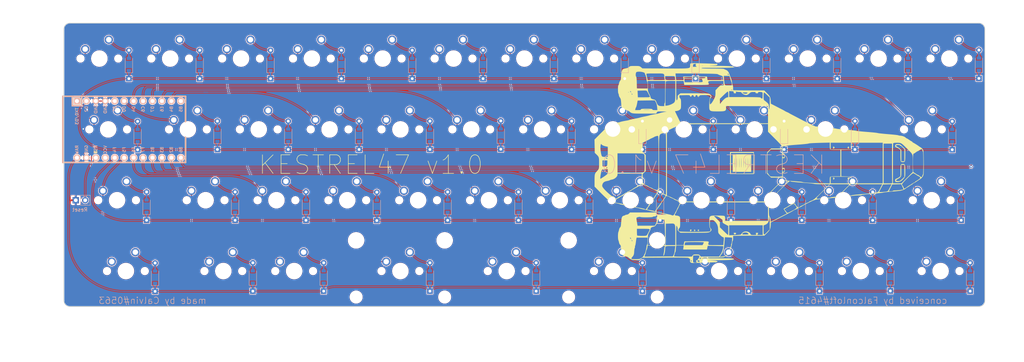
<source format=kicad_pcb>
(kicad_pcb (version 20211014) (generator pcbnew)
  (layers (0 "F.Cu" signal) (31 "B.Cu" signal) (34 "B.Paste" user) (35 "F.Paste" user) (36 "B.SilkS" user "B.Silkscreen") (37 "F.SilkS" user "F.Silkscreen") (38 "B.Mask" user) (39 "F.Mask" user) (44 "Edge.Cuts" user))
  (net 0 "")
  (net 1 "ROW0")
  (net 2 "Net-(D1-Pad2)")
  (net 3 "ROW1")
  (net 4 "Net-(D2-Pad2)")
  (net 5 "ROW2")
  (net 6 "Net-(D3-Pad2)")
  (net 7 " ROW3")
  (net 8 "Net-(D4-Pad2)")
  (net 9 "Net-(D5-Pad2)")
  (net 10 "Net-(D6-Pad2)")
  (net 11 "Net-(D7-Pad2)")
  (net 12 "Net-(D8-Pad2)")
  (net 13 "Net-(D9-Pad2)")
  (net 14 "Net-(D10-Pad2)")
  (net 15 "Net-(D11-Pad2)")
  (net 16 "Net-(D12-Pad2)")
  (net 17 "Net-(D13-Pad2)")
  (net 18 "Net-(D14-Pad2)")
  (net 19 "Net-(D15-Pad2)")
  (net 20 "Net-(D16-Pad2)")
  (net 21 "Net-(D17-Pad2)")
  (net 22 "Net-(D18-Pad2)")
  (net 23 "Net-(D19-Pad2)")
  (net 24 "Net-(D20-Pad2)")
  (net 25 "Net-(D21-Pad2)")
  (net 26 "Net-(D22-Pad2)")
  (net 27 "Net-(D23-Pad2)")
  (net 28 "Net-(D24-Pad2)")
  (net 29 "Net-(D25-Pad2)")
  (net 30 "Net-(D26-Pad2)")
  (net 31 "Net-(D27-Pad2)")
  (net 32 "Net-(D28-Pad2)")
  (net 33 "Net-(D29-Pad2)")
  (net 34 "Net-(D30-Pad2)")
  (net 35 "Net-(D31-Pad2)")
  (net 36 "Net-(D32-Pad2)")
  (net 37 "Net-(D33-Pad2)")
  (net 38 "Net-(D34-Pad2)")
  (net 39 "Net-(D35-Pad2)")
  (net 40 "Net-(D36-Pad2)")
  (net 41 "Net-(D37-Pad2)")
  (net 42 "Net-(D38-Pad2)")
  (net 43 "Net-(D39-Pad2)")
  (net 44 "Net-(D40-Pad2)")
  (net 45 "Net-(D41-Pad2)")
  (net 46 "Net-(D42-Pad2)")
  (net 47 "Net-(D43-Pad2)")
  (net 48 "Net-(D44-Pad2)")
  (net 49 "Net-(D45-Pad2)")
  (net 50 "Net-(D46-Pad2)")
  (net 51 "Net-(D47-Pad2)")
  (net 52 "COL0")
  (net 53 "COL1")
  (net 54 "COL2")
  (net 55 "COL3")
  (net 56 "COL4")
  (net 57 "COL5")
  (net 58 "COL6")
  (net 59 "COL7")
  (net 60 "COL8")
  (net 61 "COL9")
  (net 62 "COL10")
  (net 63 "COL11")
  (net 64 "COL12")
  (net 65 "GND")
  (net 66 "VCC")
  (net 67 "Net-(SW1-Pad2)")
  (footprint "combodiode:ComboDiode" (layer "F.Cu") (at 176.2125 65.0875 90)
    (fp_text reference "D29" hide)
    (fp_text value "D_Small")
  )
  (footprint "combodiode:ComboDiode" (layer "F.Cu") (at 61.9125 65.0875 90)
    (fp_text reference "D7" hide)
    (fp_text value "D_Small")
  )
  (footprint "MX_Only:MXOnly-1U-NoLED" (layer "F.Cu") (at 158.75 25.4)
    (fp_text reference "MX27")
    (fp_text value "MX-NoLED")
  )
  (footprint "combodiode:ComboDiode" (layer "F.Cu") (at 242.8875 26.9875 90)
    (fp_text reference "D43" hide)
    (fp_text value "D_Small")
  )
  (footprint "combodiode:ComboDiode" (layer "F.Cu") (at 261.9375 26.925 90)
    (fp_text reference "D47" hide)
    (fp_text value "D_Small")
  )
  (footprint "MX_Only:MXOnly-1.5U-NoLED" (layer "F.Cu") (at 249.2375 63.5)
    (fp_text reference "MX45")
    (fp_text value "MX-NoLED")
  )
  (footprint "combodiode:ComboDiode" (layer "F.Cu") (at 109.5375 26.9875 90)
    (fp_text reference "D17" hide)
    (fp_text value "D_Small")
  )
  (footprint "MX_Only:MXOnly-1U-NoLED" (layer "F.Cu") (at 182.5625 44.45)
    (fp_text reference "MX32")
    (fp_text value "MX-NoLED")
  )
  (footprint "combodiode:ComboDiode" (layer "F.Cu") (at 219.075 84.1375 90)
    (fp_text reference "D38" hide)
    (fp_text value "D_Small")
  )
  (footprint "combodiode:ComboDiode" (layer "F.Cu") (at 35.687 46.101 90)
    (fp_text reference "D2" hide)
    (fp_text value "D_Small")
  )
  (footprint "MX_Only:MXOnly-1U-NoLED" (layer "F.Cu") (at 206.375 63.5)
    (fp_text reference "MX37")
    (fp_text value "MX-NoLED")
  )
  (footprint "combodiode:ComboDiode" (layer "F.Cu") (at 114.3 46.0375 90)
    (fp_text reference "D18" hide)
    (fp_text value "D_Small")
  )
  (footprint "MX_Only:MXOnly-1U-NoLED" (layer "F.Cu") (at 82.55 25.4)
    (fp_text reference "MX13")
    (fp_text value "MX-NoLED")
  )
  (footprint "combodiode:ComboDiode" (layer "F.Cu") (at 259.588 84.1375 90)
    (fp_text reference "D46" hide)
    (fp_text value "D_Small")
  )
  (footprint "MX_Only:MXOnly-1U-NoLED" (layer "F.Cu") (at 68.2625 44.45)
    (fp_text reference "MX10")
    (fp_text value "MX-NoLED")
  )
  (footprint "combodiode:ComboDiode" (layer "F.Cu") (at 185.7375 26.9875 90)
    (fp_text reference "D31" hide)
    (fp_text value "D_Small")
  )
  (footprint "MX_Only:MXOnly-1U-NoLED" (layer "F.Cu") (at 134.9375 82.55)
    (fp_text reference "MX23")
    (fp_text value "MX-NoLED")
  )
  (footprint "MX_Only:MXOnly-1U-NoLED" (layer "F.Cu") (at 187.325 63.5)
    (fp_text reference "MX33")
    (fp_text value "MX-NoLED")
  )
  (footprint "combodiode:ComboDiode" (layer "F.Cu") (at 66.675 84.1375 90)
    (fp_text reference "D8" hide)
    (fp_text value "D_Small")
  )
  (footprint "MX_Only:MXOnly-1U-NoLED" (layer "F.Cu") (at 130.175 63.5)
    (fp_text reference "MX22")
    (fp_text value "MX-NoLED")
  )
  (footprint "combodiode:ComboDiode" (layer "F.Cu") (at 138.1125 65.0875 90)
    (fp_text reference "D22" hide)
    (fp_text value "D_Small")
  )
  (footprint "combodiode:ComboDiode" (layer "F.Cu") (at 214.3125 65.0875 90)
    (fp_text reference "D37" hide)
    (fp_text value "D_Small")
  )
  (footprint "MX_Only:MXOnly-1U-NoLED" (layer "F.Cu") (at 101.6 25.4)
    (fp_text reference "MX17")
    (fp_text value "MX-NoLED")
  )
  (footprint "combodiode:ComboDiode" (layer "F.Cu") (at 114.3 84.1375 90)
    (fp_text reference "D16" hide)
    (fp_text value "D_Small")
  )
  (footprint "MX_Only:MXOnly-1U-NoLED" (layer "F.Cu") (at 139.7 25.4)
    (fp_text reference "MX24")
    (fp_text value "MX-NoLED")
  )
  (footprint "MX_Only:MXOnly-1U-NoLED" (layer "F.Cu") (at 220.6625 44.45)
    (fp_text reference "MX40")
    (fp_text value "MX-NoLED")
  )
  (footprint "combodiode:ComboDiode" (layer "F.Cu") (at 100.0125 65.15 90)
    (fp_text reference "D15" hide)
    (fp_text value "D_Small")
  )
  (footprint "MX_Only:MXOnly-1U-NoLED" (layer "F.Cu") (at 120.65 25.4)
    (fp_text reference "MX20")
    (fp_text value "MX-NoLED")
  )
  (footprint "combodiode:ComboDiode" (layer "F.Cu") (at 57.15 46.0375 90)
    (fp_text reference "D6" hide)
    (fp_text value "D_Small")
  )
  (footprint "MX_Only:MXOnly-2U-ReversedStabilizers-NoLED" (layer "F.Cu") (at 106.3625 82.55)
    (fp_text reference "MX16")
    (fp_text value "MX-NoLED")
  )
  (footprint "MX_Only:MXOnly-1.25U-NoLED" (layer "F.Cu") (at 27.772544 44.451161)
    (fp_text reference "MX2")
    (fp_text value "MX-NoLED")
  )
  (footprint "MX_Only:MXOnly-1U-NoLED" (layer "F.Cu") (at 201.6125 44.45)
    (fp_text reference "MX36")
    (fp_text value "MX-NoLED")
  )
  (footprint "combodiode:ComboDiode" (layer "F.Cu") (at 147.6375 26.9875 90)
    (fp_text reference "D24" hide)
    (fp_text value "D_Small")
  )
  (footprint "MX_Only:MXOnly-1U-NoLED" (layer "F.Cu") (at 211.1375 82.55)
    (fp_text reference "MX38")
    (fp_text value "MX-NoLED")
  )
  (footprint "combodiode:ComboDiode" (layer "F.Cu") (at 119.0625 65.0875 90)
    (fp_text reference "D19" hide)
    (fp_text value "D_Small")
  )
  (footprint "MX_Only:MXOnly-1U-NoLED" (layer "F.Cu") (at 58.7375 82.55)
    (fp_text reference "MX8")
    (fp_text value "MX-NoLED")
  )
  (footprint "MX_Only:MXOnly-1.5U-NoLED" (layer "F.Cu") (at 30.1625 63.5)
    (fp_text reference "MX3")
    (fp_text value "MX-NoLED")
  )
  (footprint "combodiode:ComboDiode" (layer "F.Cu") (at 71.4375 26.9875 90)
    (fp_text reference "D9" hide)
    (fp_text value "D_Small")
  )
  (footprint "combodiode:ComboDiode" (layer "F.Cu") (at 33.3375 26.9875 90)
    (fp_text reference "D1" hide)
    (fp_text value "D_Small")
  )
  (footprint "combodiode:ComboDiode" (layer "F.Cu") (at 190.5 46.0375 90)
    (fp_text reference "D32" hide)
    (fp_text value "D_Small")
  )
  (footprint "MX_Only:MXOnly-1U-NoLED" (layer "F.Cu") (at 25.4 25.4)
    (fp_text reference "MX1")
    (fp_text value "MX-NoLED")
  )
  (footprint "MX_Only:MXOnly-1U-NoLED" (layer "F.Cu") (at 192.0875 82.55)
    (fp_text reference "MX34")
    (fp_text value "MX-NoLED")
  )
  (footprint "MX_Only:MXOnly-1U-NoLED" (layer "F.Cu") (at 163.5125 44.45)
    (fp_text reference "MX28")
    (fp_text value "MX-NoLED")
  )
  (footprint "MX_Only:MXOnly-1U-NoLED" (layer "F.Cu") (at 149.225 63.5)
    (fp_text reference "MX26")
    (fp_text value "MX-NoLED")
  )
  (footprint "combodiode:ComboDiode" (layer "F.Cu") (at 38.1 65.0875 90)
    (fp_text reference "D3" hide)
    (fp_text value "D_Small")
  )
  (footprint "MX_Only:MXOnly-1.75U-NoLED" (layer "F.Cu") (at 32.537923 82.55)
    (fp_text reference "MX4")
    (fp_text value "MX-NoLED")
  )
  (footprint "MX_Only:MXOnly-1.25U-NoLED" (layer "F.Cu") (at 251.634806 82.55)
    (fp_text reference "MX46")
    (fp_text value "MX-NoLED")
  )
  (footprint "MX_Only:MXOnly-1U-NoLED" (layer "F.Cu") (at 106.3625 44.45)
    (fp_text reference "MX18")
    (fp_text value "MX-NoLED")
  )
  (footprint "combodiode:ComboDiode" (layer "F.Cu") (at 238.125 84.075 90)
    (fp_text reference "D42" hide)
    (fp_text value "D_Small")
  )
  (footprint "MX_Only:MXOnly-1U-NoLED" (layer "F.Cu") (at 92.075 63.5)
    (fp_text reference "MX15")
    (fp_text value "MX-NoLED")
  )
  (footprint "combodiode:ComboDiode" (layer "F.Cu") (at 133.35 45.975 90)
    (fp_text reference "D21" hide)
    (fp_text value "D_Small")
  )
  (footprint "combodiode:ComboDiode" (layer "F.Cu") (at 171.45 46.0375 90)
    (fp_text reference "D28" hide)
    (fp_text value "D_Small")
  )
  (footprint "MX_Only:MXOnly-1U-NoLED" (layer "F.Cu") (at 168.275 63.5)
    (fp_text reference "MX29")
    (fp_text value "MX-NoLED")
  )
  (footprint "combodiode:ComboDiode" (layer "F.Cu") (at 228.6 46.0375 90)
    (fp_text reference "D40" hide)
    (fp_text value "D_Small")
  )
  (footprint "MX_Only:MXOnly-1U-NoLED" (layer "F.Cu") (at 144.4625 44.45)
    (fp_text reference "MX25")
    (fp_text value "MX-NoLED")
  )
  (footprint "MX_Only:MXOnly-1U-NoLED" (layer "F.Cu") (at 215.9 25.4)
    (fp_text reference "MX39")
    (fp_text value "MX-NoLED")
  )
  (footprint "combodiode:ComboDiode" (layer "F.Cu") (at 257.175 65.0875 90)
    (fp_text reference "D45" hide)
    (fp_text value "D_Small")
  )
  (footprint "combodiode:ComboDiode" (layer "F.Cu") (at 40.386 84.201 90)
    (fp_text reference "D4" hide)
    (fp_text value "D_Small")
  )
  (footprint "MX_Only:MXOnly-1U-NoLED" (layer "F.Cu") (at 44.45 25.4)
    (fp_text reference "MX5")
    (fp_text value "MX-NoLED")
  )
  (footprint "combodiode:ComboDiode" (layer "F.Cu") (at 200.025 84.1375 90)
    (fp_text reference "D34" hide)
    (fp_text value "D_Small")
  )
  (footprint "MX_Only:MXOnly-1U-NoLED" (layer "F.Cu") (at 49.2125 44.45)
    (fp_text reference "MX6")
    (fp_text value "MX-NoLED")
  )
  (footprint "MX_Only:MXOnly-1.75U-NoLED" (layer "F.Cu") (at 246.872306 44.45)
    (fp_text reference "MX44")
    (fp_text value "MX-NoLED")
  )
  (footprint "MX_Only:MXOnly-1U-NoLED" (layer "F.Cu") (at 77.7875 82.55)
    (fp_text reference "MX12")
    (fp_text value "MX-NoLED")
  )
  (footprint "combodiode:ComboDiode" (layer "F.Cu") (at 95.25 46.0375 90)
    (fp_text reference "D14" hide)
    (fp_text value "D_Small")
  )
  (footprint "combodiode:ComboDiode" (layer "F.Cu") (at 76.2 46.0375 90)
    (fp_text reference "D10" hide)
    (fp_text value "D_Small")
  )
  (footprint "combodiode:ComboDiode" (layer "F.Cu") (at 157.1625 65.0875 90)
    (fp_text reference "D26" hide)
    (fp_text value "D_Small")
  )
  (footprint "combodiode:ComboDiode" (layer "F.Cu") (at 52.3875 26.9875 90)
    (fp_text reference "D5" hide)
    (fp_text value "D_Small")
  )
  (footprint "combodiode:ComboDiode" (layer "F.Cu") (at 152.4 46.0375 90)
    (fp_text reference "D25" hide)
    (fp_text value "D_Small")
  )
  (footprint "MX_Only:MXOnly-1U-NoLED" (layer "F.Cu") (at 177.8 25.4)
    (fp_text reference "MX31")
    (fp_text value "MX-NoLED")
  )
  (footprint "MX_Only:MXOnly-1U-NoLED" (layer "F.Cu") (at 111.125 63.5)
    (fp_text reference "MX19")
    (fp_text value "MX-NoLED")
  )
  (footprint "MX_Only:MXOnly-1U-NoLED" (layer "F.Cu") (at 53.975 63.5)
    (fp_text reference "MX7")
    (fp_text value "MX-NoLED")
  )
  (footprint "combodiode:ComboDiode" (layer "F.Cu") (at 195.2625 65.0875 90)
    (fp_text reference "D33" hide)
    (fp_text value "D_Small")
  )
  (footprint "combodiode:ComboDiode" (layer "F.Cu") (at 204.7875 26.9875 90)
    (fp_text reference "D35" hide)
    (fp_text value "D_Small")
  )
  (footprint "combodiode:ComboDiode" (layer "F.Cu") (at 128.5875 26.9875 90)
    (fp_text reference "D20" hide)
    (fp_text value "D_Small")
  )
  (footprint "combodiode:ComboDiode" (layer "F.Cu") (at 142.875 84.1375 90)
    (fp_text reference "D23" hide)
    (fp_text value "D_Small")
  )
  (footprint "MX_Only:MXOnly-1U-NoLED" (layer "F.Cu") (at 230.1875 82.55)
    (fp_text reference "MX42")
    (fp_text value "MX-NoLED")
  )
  (footprint "MX_Only:MXOnly-1U-NoLED" (layer "F.Cu") (at 73.025 63.5)
    (fp_text reference "MX11")
    (fp_text value "MX-NoLED")
  )
  (footprint "combodiode:ComboDiode" (layer "F.Cu") (at 166.6875 26.9875 90)
    (fp_text reference "D27" hide)
    (fp_text value "D_Small")
  )
  (footprint "combodiode:ComboDiode" (layer "F.Cu") (at 85.725 84.1375 90)
    (fp_text reference "D12" hide)
    (fp_text value "D_Small")
  )
  (footprint "LOGO" (layer "F.Cu") (at 203.2 53.975)
    (fp_text reference "G***" hide)
    (fp_text value "LOGO" hide)
  )
  (footprint "MX_Only:MXOnly-1U-NoLED" (layer "F.Cu") (at 254 25.4)
    (fp_text reference "MX47")
    (fp_text value "MX-NoLED")
  )
  (footprint "MX_Only:MXOnly-1U-NoLED" (layer "F.Cu") (at 234.95 25.4)
    (fp_text reference "MX43")
    (fp_text value "MX-NoLED")
  )
  (footprint "MX_Only:MXOnly-1U-NoLED" (layer "F.Cu") (at 87.3125 44.45)
    (fp_text reference "MX14")
    (fp_text value "MX-NoLED")
  )
  (footprint "combodiode:ComboDiode" (layer "F.Cu") (at 233.3625 65.0875 90)
    (fp_text reference "D41" hide)
    (fp_text value "D_Small")
  )
  (footprint "combodiode:ComboDiode" (layer "F.Cu") (at 254.762 46.101 90)
    (fp_text reference "D44" hide)
    (fp_text value "D_Small")
  )
  (footprint "combodiode:ComboDiode" (layer "F.Cu") (at 223.8375 26.9875 90)
    (fp_text reference "D39" hide)
    (fp_text value "D_Small")
  )
  (footprint "combodiode:ComboDiode" (layer "F.Cu") (at 171.45 84.1375 90)
    (fp_text reference "D30" hide)
    (fp_text value "D_Small")
  )
  (footprint "MX_Only:MXOnly-1U-NoLED" (layer "F.Cu") (at 63.5 25.4)
    (fp_text reference "MX9")
    (fp_text value "MX-NoLED")
  )
  (footprint "combodiode:ComboDiode" (layer "F.Cu") (at 209.55 46.0375 90)
    (fp_text reference "D36" hide)
    (fp_text value "D_Small")
  )
  (footprint "combodiode:ComboDiode" (layer "F.Cu") (at 90.4875 26.9875 90)
    (fp_text reference "D13" hide)
    (fp_text value "D_Small")
  )
  (footprint "MX_Only:MXOnly-2U-ReversedStabilizers-NoLED" (layer "F.Cu") (at 163.5125 82.55)
    (fp_text reference "MX30")
    (fp_text value "MX-NoLED")
  )
  (footprint "MX_Only:MXOnly-1U-NoLED" (layer "F.Cu") (at 196.85 25.4)
    (fp_text reference "MX35")
    (fp_text value "MX-NoLED")
  )
  (footprint "MX_Only:MXOnly-1U-NoLED" (layer "F.Cu") (at 125.4125 44.45)
    (fp_text reference "MX21")
    (fp_text value "MX-NoLED")
  )
  (footprint "combodiode:ComboDiode" (layer "F.Cu") (at 80.9625 65.0875 90)
    (fp_text reference "D11" hide)
    (fp_text value "D_Small")
  )
  (footprint "MX_Only:MXOnly-1U-NoLED" (layer "F.Cu") (at 225.425 63.5)
    (fp_text reference "MX41")
    (fp_text value "MX-NoLED")
  )
  (footprint "Connector_PinHeader_2.54mm:PinHeader_1x02_P2.54mm_Vertical" (layer "B.Cu") (at 19.05 63.5 -90)
    (fp_text reference "SW1" hide)
    (fp_text value "SW_Push")
  )
  (footprint "Keebio-Parts:ArduinoProMicro" (layer "B.Cu") (at 33.3375 44.45)
    (fp_text reference "U1" hide)
    (fp_text value "ProMicro" hide)
  )
  (gr_arc (start 261.9375 15.875) (mid 263.060032 16.339968) (end 263.525 17.4625) (layer "Edge.Cuts") (width 0.2))
  (gr_arc (start 17.4625 92.075) (mid 16.339968 91.610032) (end 15.875 90.4875) (layer "Edge.Cuts") (width 0.2))
  (gr_line (start 15.875 90.4875) (end 15.875 17.4625) (layer "Edge.Cuts") (width 0.2))
  (gr_arc (start 15.875 17.4625) (mid 16.339968 16.339968) (end 17.4625 15.875) (layer "Edge.Cuts") (width 0.2))
  (gr_arc (start 263.525 90.4875) (mid 263.060032 91.610032) (end 261.9375 92.075) (layer "Edge.Cuts") (width 0.2))
  (gr_line (start 261.9375 92.075) (end 17.4625 92.075) (layer "Edge.Cuts") (width 0.2))
  (gr_line (start 263.525 17.4625) (end 263.525 90.4875) (layer "Edge.Cuts") (width 0.2))
  (gr_line (start 17.4625 15.875) (end 261.9375 15.875) (layer "Edge.Cuts") (width 0.2))
  (gr_text "made by Calvin#0563" (at 39.6875 90.4875) (layer "B.SilkS") (effects (font (size 1.75 1.75)) (justify mirror)))
  (gr_text "Reset\n" (at 20.193 66.04) (layer "B.SilkS") (effects (font (size 1 1)) (justify mirror)))
  (gr_text "conceived by Falconloft#4615" (at 233.3625 90.4875) (layer "B.SilkS") (effects (font (size 1.75 1.75)) (justify mirror)))
  (gr_text "KESTREL47 v1.0" (at 190.5 53.975) (layer "B.SilkS") (effects (font (size 5 5)) (justify mirror)))
  (gr_text "KESTREL47 v1.0" (at 98.425 53.975) (layer "F.SilkS") (effects (font (size 5 5))))
  (segment (start 33.3375 30.7975) (end 261.786612 30.7975) (width 0.25) (layer "B.Cu") (net 1))
  (segment (start 19.78734 36.41016) (end 19.3675 36.83) (width 0.25) (layer "B.Cu") (net 1))
  (arc (start 261.786612 30.7975) (mid 261.868272 30.781256) (end 261.9375 30.735) (width 0.25) (layer "B.Cu") (net 1))
  (arc (start 33.3375 30.7975) (mid 26.004206 32.256183) (end 19.78734 36.41016) (width 0.25) (layer "B.Cu") (net 1))
  (segment (start 27.94 20.32) (end 29.001449 21.381449) (width 0.25) (layer "B.Cu") (net 2))
  (arc (start 29.001449 21.381449) (mid 30.990846 22.710721) (end 33.3375 23.1775) (width 0.25) (layer "B.Cu") (net 2))
  (segment (start 35.687 49.911) (end 27.849102 49.911) (width 0.25) (layer "B.Cu") (net 3))
  (segment (start 19.939 43.078529) (end 19.939 40.513) (width 0.25) (layer "B.Cu") (net 3))
  (segment (start 21.151334 37.586166) (end 21.9075 36.83) (width 0.25) (layer "B.Cu") (net 3))
  (segment (start 35.687 49.911) (end 254.762 49.911) (width 0.25) (layer "B.Cu") (net 3))
  (arc (start 27.849102 49.911) (mid 24.530432 49.250876) (end 21.717 47.371) (width 0.25) (layer "B.Cu") (net 3))
  (arc (start 19.939 40.513) (mid 20.254075 38.929009) (end 21.151334 37.586166) (width 0.25) (layer "B.Cu") (net 3))
  (arc (start 21.717 47.371) (mid 20.401087 45.401598) (end 19.939 43.078529) (width 0.25) (layer "B.Cu") (net 3))
  (segment (start 30.312544 39.371161) (end 31.496706 40.555323) (width 0.25) (layer "B.Cu") (net 4))
  (arc (start 31.496706 40.555323) (mid 33.419229 41.839912) (end 35.687 42.291) (width 0.25) (layer "B.Cu") (net 4))
  (segment (start 38.1 68.8975) (end 257.175 68.8975) (width 0.25) (layer "B.Cu") (net 5))
  (segment (start 23.622 63.449589) (end 23.622 61.087) (width 0.25) (layer "B.Cu") (net 5))
  (segment (start 37.946698 68.961) (end 32.766 68.961) (width 0.25) (layer "B.Cu") (net 5))
  (segment (start 25.822163 55.775338) (end 29.5275 52.07) (width 0.25) (layer "B.Cu") (net 5))
  (arc (start 38.1 68.8975) (mid 38.029664 68.944497) (end 37.946698 68.961) (width 0.25) (layer "B.Cu") (net 5))
  (arc (start 23.622 61.087) (mid 24.193804 58.212349) (end 25.822163 55.775338) (width 0.25) (layer "B.Cu") (net 5))
  (arc (start 24.483921 65.53045) (mid 23.846006 64.575743) (end 23.622 63.449589) (width 0.25) (layer "B.Cu") (net 5))
  (arc (start 24.483921 65.53045) (mid 28.283771 68.069429) (end 32.766 68.961) (width 0.25) (layer "B.Cu") (net 5))
  (segment (start 32.7025 58.42) (end 33.763949 59.481449) (width 0.25) (layer "B.Cu") (net 6))
  (arc (start 33.763949 59.481449) (mid 35.753346 60.810721) (end 38.1 61.2775) (width 0.25) (layer "B.Cu") (net 6))
  (segment (start 66.675 87.9475) (end 85.725 87.9475) (width 0.25) (layer "B.Cu") (net 7))
  (segment (start 40.386 88.011) (end 66.521698 88.011) (width 0.25) (layer "B.Cu") (net 7))
  (segment (start 145.174538 86.995) (end 169.150462 86.995) (width 0.25) (layer "B.Cu") (net 7))
  (segment (start 17.145 67.31) (end 17.145 57.325866) (width 0.25) (layer "B.Cu") (net 7))
  (segment (start 17.145 73.934242) (end 17.145 67.31) (width 0.25) (layer "B.Cu") (net 7))
  (segment (start 200.025 87.9475) (end 259.588 87.9475) (width 0.25) (layer "B.Cu") (net 7))
  (segment (start 116.906143 86.868) (end 140.268857 86.868) (width 0.25) (layer "B.Cu") (net 7))
  (segment (start 40.386 88.011) (end 32.119784 88.011) (width 0.25) (layer "B.Cu") (net 7))
  (segment (start 88.637748 86.741) (end 111.387252 86.741) (width 0.25) (layer "B.Cu") (net 7))
  (segment (start 19.289914 52.147587) (end 19.3675 52.07) (width 0.25) (layer "B.Cu") (net 7))
  (segment (start 173.442933 87.122) (end 198.032067 87.122) (width 0.25) (layer "B.Cu") (net 7))
  (arc (start 169.150462 86.995) (mid 170.394963 87.242547) (end 171.45 87.9475) (width 0.25) (layer "B.Cu") (net 7))
  (arc (start 32.119784 88.011) (mid 26.146178 86.822776) (end 21.082 83.439) (width 0.25) (layer "B.Cu") (net 7))
  (arc (start 142.875 87.9475) (mid 143.930037 87.242547) (end 145.174538 86.995) (width 0.25) (layer "B.Cu") (net 7))
  (arc (start 111.387252 86.741) (mid 112.96362 87.054559) (end 114.3 87.9475) (width 0.25) (layer "B.Cu") (net 7))
  (arc (start 17.145 57.325866) (mid 17.702445 54.523401) (end 19.289914 52.147587) (width 0.25) (layer "B.Cu") (net 7))
  (arc (start 198.032067 87.122) (mid 199.110634 87.336541) (end 200.025 87.9475) (width 0.25) (layer "B.Cu") (net 7))
  (arc (start 21.082 83.439) (mid 18.168193 79.07818) (end 17.145 73.934242) (width 0.25) (layer "B.Cu") (net 7))
  (arc (start 66.521698 88.011) (mid 66.604664 87.994497) (end 66.675 87.9475) (width 0.25) (layer "B.Cu") (net 7))
  (arc (start 140.268857 86.868) (mid 141.679291 87.148553) (end 142.875 87.9475) (width 0.25) (layer "B.Cu") (net 7))
  (arc (start 171.45 87.9475) (mid 172.364365 87.33654) (end 173.442933 87.122) (width 0.25) (layer "B.Cu") (net 7))
  (arc (start 85.725 87.9475) (mid 87.06138 87.054559) (end 88.637748 86.741) (width 0.25) (layer "B.Cu") (net 7))
  (arc (start 114.3 87.9475) (mid 115.495708 87.148553) (end 116.906143 86.868) (width 0.25) (layer "B.Cu") (net 7))
  (segment (start 35.077923 77.47) (end 36.311004 78.703081) (width 0.25) (layer "B.Cu") (net 8))
  (arc (start 36.311004 78.703081) (mid 38.180628 79.952324) (end 40.386 80.391) (width 0.25) (layer "B.Cu") (net 8))
  (segment (start 46.99 20.32) (end 48.051449 21.381449) (width 0.25) (layer "B.Cu") (net 9))
  (arc (start 48.051449 21.381449) (mid 50.040846 22.710721) (end 52.3875 23.1775) (width 0.25) (layer "B.Cu") (net 9))
  (segment (start 51.7525 39.37) (end 52.813949 40.431449) (width 0.25) (layer "B.Cu") (net 10))
  (arc (start 52.813949 40.431449) (mid 54.803346 41.760721) (end 57.15 42.2275) (width 0.25) (layer "B.Cu") (net 10))
  (segment (start 56.515 58.42) (end 57.576449 59.481449) (width 0.25) (layer "B.Cu") (net 11))
  (arc (start 57.576449 59.481449) (mid 59.565846 60.810721) (end 61.9125 61.2775) (width 0.25) (layer "B.Cu") (net 11))
  (segment (start 61.2775 77.47) (end 62.338949 78.531449) (width 0.25) (layer "B.Cu") (net 12))
  (arc (start 62.338949 78.531449) (mid 64.328346 79.860721) (end 66.675 80.3275) (width 0.25) (layer "B.Cu") (net 12))
  (segment (start 66.04 20.32) (end 67.101449 21.381449) (width 0.25) (layer "B.Cu") (net 13))
  (arc (start 67.101449 21.381449) (mid 69.090846 22.710721) (end 71.4375 23.1775) (width 0.25) (layer "B.Cu") (net 13))
  (segment (start 70.8025 39.37) (end 71.863949 40.431449) (width 0.25) (layer "B.Cu") (net 14))
  (arc (start 71.863949 40.431449) (mid 73.853346 41.760721) (end 76.2 42.2275) (width 0.25) (layer "B.Cu") (net 14))
  (segment (start 75.565 58.42) (end 76.626449 59.481449) (width 0.25) (layer "B.Cu") (net 15))
  (arc (start 76.626449 59.481449) (mid 78.615846 60.810721) (end 80.9625 61.2775) (width 0.25) (layer "B.Cu") (net 15))
  (segment (start 80.3275 77.47) (end 81.388949 78.531449) (width 0.25) (layer "B.Cu") (net 16))
  (arc (start 81.388949 78.531449) (mid 83.378346 79.860721) (end 85.725 80.3275) (width 0.25) (layer "B.Cu") (net 16))
  (segment (start 85.09 20.32) (end 86.151449 21.381449) (width 0.25) (layer "B.Cu") (net 17))
  (arc (start 86.151449 21.381449) (mid 88.140846 22.710721) (end 90.4875 23.1775) (width 0.25) (layer "B.Cu") (net 17))
  (segment (start 89.8525 39.37) (end 90.913949 40.431449) (width 0.25) (layer "B.Cu") (net 18))
  (arc (start 90.913949 40.431449) (mid 92.903346 41.760721) (end 95.25 42.2275) (width 0.25) (layer "B.Cu") (net 18))
  (segment (start 94.615 58.42) (end 95.783143 59.588143) (width 0.25) (layer "B.Cu") (net 19))
  (arc (start 95.783143 59.588143) (mid 97.723589 60.884707) (end 100.0125 61.34) (width 0.25) (layer "B.Cu") (net 19))
  (segment (start 108.9025 77.47) (end 109.963949 78.531449) (width 0.25) (layer "B.Cu") (net 20))
  (arc (start 109.963949 78.531449) (mid 111.953346 79.860721) (end 114.3 80.3275) (width 0.25) (layer "B.Cu") (net 20))
  (segment (start 104.14 20.32) (end 105.201449 21.381449) (width 0.25) (layer "B.Cu") (net 21))
  (arc (start 105.201449 21.381449) (mid 107.190846 22.710721) (end 109.5375 23.1775) (width 0.25) (layer "B.Cu") (net 21))
  (segment (start 108.9025 39.37) (end 109.963949 40.431449) (width 0.25) (layer "B.Cu") (net 22))
  (arc (start 109.963949 40.431449) (mid 111.953346 41.760721) (end 114.3 42.2275) (width 0.25) (layer "B.Cu") (net 22))
  (segment (start 113.665 58.42) (end 114.726449 59.481449) (width 0.25) (layer "B.Cu") (net 23))
  (arc (start 114.726449 59.481449) (mid 116.715846 60.810721) (end 119.0625 61.2775) (width 0.25) (layer "B.Cu") (net 23))
  (segment (start 123.19 20.32) (end 124.251449 21.381449) (width 0.25) (layer "B.Cu") (net 24))
  (arc (start 124.251449 21.381449) (mid 126.240846 22.710721) (end 128.5875 23.1775) (width 0.25) (layer "B.Cu") (net 24))
  (segment (start 127.9525 39.37) (end 128.907254 40.324754) (width 0.25) (layer "B.Cu") (net 25))
  (arc (start 128.907254 40.324754) (mid 130.945603 41.686735) (end 133.35 42.165) (width 0.25) (layer "B.Cu") (net 25))
  (segment (start 132.715 58.42) (end 133.776449 59.481449) (width 0.25) (layer "B.Cu") (net 26))
  (arc (start 133.776449 59.481449) (mid 135.765846 60.810721) (end 138.1125 61.2775) (width 0.25) (layer "B.Cu") (net 26))
  (segment (start 137.4775 77.47) (end 138.538949 78.531449) (width 0.25) (layer "B.Cu") (net 27))
  (arc (start 138.538949 78.531449) (mid 140.528346 79.860721) (end 142.875 80.3275) (width 0.25) (layer "B.Cu") (net 27))
  (segment (start 142.24 20.32) (end 143.301449 21.381449) (width 0.25) (layer "B.Cu") (net 28))
  (arc (start 143.301449 21.381449) (mid 145.290846 22.710721) (end 147.6375 23.1775) (width 0.25) (layer "B.Cu") (net 28))
  (segment (start 147.0025 39.37) (end 148.063949 40.431449) (width 0.25) (layer "B.Cu") (net 29))
  (arc (start 148.063949 40.431449) (mid 150.053346 41.760721) (end 152.4 42.2275) (width 0.25) (layer "B.Cu") (net 29))
  (segment (start 151.765 58.42) (end 152.826449 59.481449) (width 0.25) (layer "B.Cu") (net 30))
  (arc (start 152.826449 59.481449) (mid 154.815846 60.810721) (end 157.1625 61.2775) (width 0.25) (layer "B.Cu") (net 30))
  (segment (start 161.29 20.32) (end 162.351449 21.381449) (width 0.25) (layer "B.Cu") (net 31))
  (arc (start 162.351449 21.381449) (mid 164.340846 22.710721) (end 166.6875 23.1775) (width 0.25) (layer "B.Cu") (net 31))
  (segment (start 166.0525 39.37) (end 167.113949 40.431449) (width 0.25) (layer "B.Cu") (net 32))
  (arc (start 167.113949 40.431449) (mid 169.103346 41.760721) (end 171.45 42.2275) (width 0.25) (layer "B.Cu") (net 32))
  (segment (start 170.815 58.42) (end 171.876449 59.481449) (width 0.25) (layer "B.Cu") (net 33))
  (arc (start 171.876449 59.481449) (mid 173.865846 60.810721) (end 176.2125 61.2775) (width 0.25) (layer "B.Cu") (net 33))
  (segment (start 166.0525 77.47) (end 167.113949 78.531449) (width 0.25) (layer "B.Cu") (net 34))
  (arc (start 167.113949 78.531449) (mid 169.103346 79.860721) (end 171.45 80.3275) (width 0.25) (layer "B.Cu") (net 34))
  (segment (start 180.34 20.32) (end 181.401449 21.381449) (width 0.25) (layer "B.Cu") (net 35))
  (arc (start 181.401449 21.381449) (mid 183.390846 22.710721) (end 185.7375 23.1775) (width 0.25) (layer "B.Cu") (net 35))
  (segment (start 185.1025 39.37) (end 186.163949 40.431449) (width 0.25) (layer "B.Cu") (net 36))
  (arc (start 186.163949 40.431449) (mid 188.153346 41.760721) (end 190.5 42.2275) (width 0.25) (layer "B.Cu") (net 36))
  (segment (start 189.865 58.42) (end 190.926449 59.481449) (width 0.25) (layer "B.Cu") (net 37))
  (arc (start 190.926449 59.481449) (mid 192.915846 60.810721) (end 195.2625 61.2775) (width 0.25) (layer "B.Cu") (net 37))
  (segment (start 194.6275 77.47) (end 195.688949 78.531449) (width 0.25) (layer "B.Cu") (net 38))
  (arc (start 195.688949 78.531449) (mid 197.678346 79.860721) (end 200.025 80.3275) (width 0.25) (layer "B.Cu") (net 38))
  (segment (start 199.39 20.32) (end 200.451449 21.381449) (width 0.25) (layer "B.Cu") (net 39))
  (arc (start 200.451449 21.381449) (mid 202.440846 22.710721) (end 204.7875 23.1775) (width 0.25) (layer "B.Cu") (net 39))
  (segment (start 204.1525 39.37) (end 205.213949 40.431449) (width 0.25) (layer "B.Cu") (net 40))
  (arc (start 205.213949 40.431449) (mid 207.203346 41.760721) (end 209.55 42.2275) (width 0.25) (layer "B.Cu") (net 40))
  (segment (start 208.915 58.42) (end 209.976449 59.481449) (width 0.25) (layer "B.Cu") (net 41))
  (arc (start 209.976449 59.481449) (mid 211.965846 60.810721) (end 214.3125 61.2775) (width 0.25) (layer "B.Cu") (net 41))
  (segment (start 213.6775 77.47) (end 214.738949 78.531449) (width 0.25) (layer "B.Cu") (net 42))
  (arc (start 214.738949 78.531449) (mid 216.728346 79.860721) (end 219.075 80.3275) (width 0.25) (layer "B.Cu") (net 42))
  (segment (start 218.44 20.32) (end 219.501449 21.381449) (width 0.25) (layer "B.Cu") (net 43))
  (arc (start 219.501449 21.381449) (mid 221.490846 22.710721) (end 223.8375 23.1775) (width 0.25) (layer "B.Cu") (net 43))
  (segment (start 223.2025 39.37) (end 224.263949 40.431449) (width 0.25) (layer "B.Cu") (net 44))
  (arc (start 224.263949 40.431449) (mid 226.253346 41.760721) (end 228.6 42.2275) (width 0.25) (layer "B.Cu") (net 44))
  (segment (start 227.965 58.42) (end 229.026449 59.481449) (width 0.25) (layer "B.Cu") (net 45))
  (arc (start 229.026449 59.481449) (mid 231.015846 60.810721) (end 233.3625 61.2775) (width 0.25) (layer "B.Cu") (net 45))
  (segment (start 232.7275 77.47) (end 233.682254 78.424754) (width 0.25) (layer "B.Cu") (net 46))
  (arc (start 233.682254 78.424754) (mid 235.720603 79.786735) (end 238.125 80.265) (width 0.25) (layer "B.Cu") (net 46))
  (segment (start 237.49 20.32) (end 238.551449 21.381449) (width 0.25) (layer "B.Cu") (net 47))
  (arc (start 238.551449 21.381449) (mid 240.540846 22.710721) (end 242.8875 23.1775) (width 0.25) (layer "B.Cu") (net 47))
  (segment (start 249.412306 39.37) (end 250.615959 40.573653) (width 0.25) (layer "B.Cu") (net 48))
  (arc (start 250.615959 40.573653) (mid 252.518179 41.844676) (end 254.762 42.291) (width 0.25) (layer "B.Cu") (net 48))
  (segment (start 251.7775 58.42) (end 252.838949 59.481449) (width 0.25) (layer "B.Cu") (net 49))
  (arc (start 252.838949 59.481449) (mid 254.828346 60.810721) (end 257.175 61.2775) (width 0.25) (layer "B.Cu") (net 49))
  (segment (start 254.174806 77.47) (end 255.225157 78.520351) (width 0.25) (layer "B.Cu") (net 50))
  (arc (start 255.225157 78.520351) (mid 257.226846 79.857837) (end 259.588 80.3275) (width 0.25) (layer "B.Cu") (net 50))
  (segment (start 256.54 20.32) (end 257.494754 21.274754) (width 0.25) (layer "B.Cu") (net 51))
  (arc (start 257.494754 21.274754) (mid 259.533103 22.636735) (end 261.9375 23.115) (width 0.25) (layer "B.Cu") (net 51))
  (segment (start 26.3525 60.96) (end 26.3525 74.275222) (width 0.25) (layer "F.Cu") (net 52))
  (segment (start 23.962544 41.911161) (end 23.962544 50.856061) (width 0.25) (layer "F.Cu") (net 52))
  (segment (start 23.2462 51.572405) (end 23.2462 53.460729) (width 0.25) (layer "F.Cu") (net 52))
  (segment (start 23.962544 50.856061) (end 23.2462 51.572405) (width 0.25) (layer "F.Cu") (net 52))
  (segment (start 21.59 22.86) (end 21.59 33.19058) (width 0.25) (layer "F.Cu") (net 52))
  (segment (start 21.717 40.386) (end 22.732773 41.401773) (width 0.25) (layer "F.Cu") (net 52))
  (segment (start 20.701 35.336815) (end 20.701 37.93316) (width 0.25) (layer "F.Cu") (net 52))
  (arc (start 21.082 34.417) (mid 20.800019 34.839014) (end 20.701 35.336815) (width 0.25) (layer "F.Cu") (net 52))
  (arc (start 26.3525 74.275222) (mid 26.969853 77.378861) (end 28.727923 80.01) (width 0.25) (layer "F.Cu") (net 52))
  (arc (start 22.732773 41.401773) (mid 23.296997 41.778775) (end 23.962544 41.911161) (width 0.25) (layer "F.Cu") (net 52))
  (arc (start 20.701 37.93316) (mid 20.96505 39.260627) (end 21.717 40.386) (width 0.25) (layer "F.Cu") (net 52))
  (arc (start 23.2462 53.460729) (mid 24.053501 57.519305) (end 26.3525 60.96) (width 0.25) (layer "F.Cu") (net 52))
  (arc (start 21.59 33.19058) (mid 21.457975 33.854314) (end 21.082 34.417) (width 0.25) (layer "F.Cu") (net 52))
  (segment (start 28.597564 55.539936) (end 32.0675 52.07) (width 0.25) (layer "B.Cu") (net 52))
  (arc (start 26.3525 60.96) (mid 26.935973 58.026683) (end 28.597564 55.539936) (width 0.25) (layer "B.Cu") (net 52))
  (segment (start 40.64 22.86) (end 40.998741 23.218741) (width 0.25) (layer "F.Cu") (net 53))
  (segment (start 46.101 43.596328) (end 46.101 52.959) (width 0.25) (layer "F.Cu") (net 53))
  (segment (start 50.165 60.96) (end 50.165 68.512308) (width 0.25) (layer "F.Cu") (net 53))
  (segment (start 48.884879 59.67988) (end 50.165 60.96) (width 0.25) (layer "F.Cu") (net 53))
  (segment (start 40.998741 23.218741) (end 40.998741 37.200842) (width 0.25) (layer "F.Cu") (net 53))
  (segment (start 41.529 38.481) (end 44.643691 41.595691) (width 0.25) (layer "F.Cu") (net 53))
  (arc (start 46.101 52.959) (mid 46.824507 56.596314) (end 48.884879 59.67988) (width 0.25) (layer "F.Cu") (net 53))
  (arc (start 44.643691 41.595691) (mid 44.991836 41.828314) (end 45.4025 41.91) (width 0.25) (layer "F.Cu") (net 53))
  (arc (start 50.165 68.512308) (mid 51.402734 74.734814) (end 54.9275 80.01) (width 0.25) (layer "F.Cu") (net 53))
  (arc (start 44.860494 41.685494) (mid 45.109169 41.851653) (end 45.4025 41.91) (width 0.25) (layer "F.Cu") (net 53))
  (arc (start 40.998741 37.200842) (mid 41.136551 37.893658) (end 41.529 38.481) (width 0.25) (layer "F.Cu") (net 53))
  (arc (start 45.4025 41.91) (mid 45.919466 42.683694) (end 46.101 43.596328) (width 0.25) (layer "F.Cu") (net 53))
  (segment (start 45.4025 41.91) (end 44.331704 41.91) (width 0.25) (layer "B.Cu") (net 53))
  (arc (start 44.331704 41.91) (mid 37.694364 40.589751) (end 32.0675 36.83) (width 0.25) (layer "B.Cu") (net 53))
  (segment (start 69.215 60.96) (end 69.215 68.512308) (width 0.25) (layer "F.Cu") (net 54))
  (segment (start 64.4525 41.91) (end 64.4525 49.462308) (width 0.25) (layer "F.Cu") (net 54))
  (segment (start 59.69 22.86) (end 59.69 30.412308) (width 0.25) (layer "F.Cu") (net 54))
  (arc (start 59.69 30.412308) (mid 60.927734 36.634814) (end 64.4525 41.91) (width 0.25) (layer "F.Cu") (net 54))
  (arc (start 69.215 68.512308) (mid 70.452734 74.734814) (end 73.9775 80.01) (width 0.25) (layer "F.Cu") (net 54))
  (arc (start 64.4525 49.462308) (mid 65.690234 55.684814) (end 69.215 60.96) (width 0.25) (layer "F.Cu") (net 54))
  (segment (start 69.215 60.96) (end 68.653301 60.398301) (width 0.25) (layer "B.Cu") (net 54))
  (segment (start 60.198 56.896) (end 37.465 56.896) (width 0.25) (layer "B.Cu") (net 54))
  (segment (start 34.6075 54.0385) (end 34.6075 52.07) (width 0.25) (layer "B.Cu") (net 54))
  (arc (start 68.653301 60.398301) (mid 64.773976 57.806218) (end 60.198 56.896) (width 0.25) (layer "B.Cu") (net 54))
  (arc (start 37.465 56.896) (mid 35.444442 56.059058) (end 34.6075 54.0385) (width 0.25) (layer "B.Cu") (net 54))
  (segment (start 98.662497 80.01) (end 102.5525 80.01) (width 0.25) (layer "F.Cu") (net 55))
  (segment (start 78.74 22.86) (end 78.74 30.412308) (width 0.25) (layer "F.Cu") (net 55))
  (segment (start 83.5025 41.91) (end 83.5025 49.462308) (width 0.25) (layer "F.Cu") (net 55))
  (segment (start 88.265 60.96) (end 88.265 66.559216) (width 0.25) (layer "F.Cu") (net 55))
  (arc (start 83.5025 49.462308) (mid 84.740234 55.684814) (end 88.265 60.96) (width 0.25) (layer "F.Cu") (net 55))
  (arc (start 92.837 77.597) (mid 95.509761 79.382882) (end 98.662497 80.01) (width 0.25) (layer "F.Cu") (net 55))
  (arc (start 88.265 66.559216) (mid 89.453224 72.532821) (end 92.837 77.597) (width 0.25) (layer "F.Cu") (net 55))
  (arc (start 78.74 30.412308) (mid 79.977734 36.634814) (end 83.5025 41.91) (width 0.25) (layer "F.Cu") (net 55))
  (segment (start 46.032 34.486) (end 53.525 34.486) (width 0.25) (layer "B.Cu") (net 55))
  (segment (start 45.530822 34.987178) (end 46.032 34.486) (width 0.25) (layer "B.Cu") (net 55))
  (segment (start 65.579379 34.486) (end 53.525 34.486) (width 0.25) (layer "B.Cu") (net 55))
  (segment (start 53.525 34.486) (end 54.596976 34.486) (width 0.25) (layer "B.Cu") (net 55))
  (arc (start 83.5025 41.91) (mid 75.279302 36.415434) (end 65.579379 34.486) (width 0.25) (layer "B.Cu") (net 55))
  (arc (start 44.7675 36.83) (mid 44.965881 35.832672) (end 45.530822 34.987178) (width 0.25) (layer "B.Cu") (net 55))
  (segment (start 102.5525 41.91) (end 102.5525 49.462308) (width 0.25) (layer "F.Cu") (net 56))
  (segment (start 97.79 22.86) (end 97.79 30.412308) (width 0.25) (layer "F.Cu") (net 56))
  (arc (start 97.79 30.412308) (mid 99.027734 36.634814) (end 102.5525 41.91) (width 0.25) (layer "F.Cu") (net 56))
  (arc (start 102.5525 49.462308) (mid 103.790234 55.684814) (end 107.315 60.96) (width 0.25) (layer "F.Cu") (net 56))
  (segment (start 97.282 56.388) (end 39.55863 56.388) (width 0.25) (layer "B.Cu") (net 56))
  (segment (start 37.1475 54.246277) (end 37.1475 52.07) (width 0.25) (layer "B.Cu") (net 56))
  (segment (start 107.315 60.96) (end 106.60451 60.24951) (width 0.25) (layer "B.Cu") (net 56))
  (arc (start 37.719 55.626) (mid 37.296028 54.992978) (end 37.1475 54.246277) (width 0.25) (layer "B.Cu") (net 56))
  (arc (start 106.60451 60.24951) (mid 102.327306 57.391574) (end 97.282 56.388) (width 0.25) (layer "B.Cu") (net 56))
  (arc (start 39.55863 56.388) (mid 38.563029 56.189963) (end 37.719 55.626) (width 0.25) (layer "B.Cu") (net 56))
  (segment (start 116.84 22.86) (end 116.84 30.412308) (width 0.25) (layer "F.Cu") (net 57))
  (segment (start 126.365 60.96) (end 126.365 68.512308) (width 0.25) (layer "F.Cu") (net 57))
  (segment (start 121.6025 41.91) (end 121.6025 49.462308) (width 0.25) (layer "F.Cu") (net 57))
  (arc (start 121.6025 49.462308) (mid 122.840234 55.684814) (end 126.365 60.96) (width 0.25) (layer "F.Cu") (net 57))
  (arc (start 116.84 30.412308) (mid 118.077734 36.634814) (end 121.6025 41.91) (width 0.25) (layer "F.Cu") (net 57))
  (arc (start 126.365 68.512308) (mid 127.602734 74.734814) (end 131.1275 80.01) (width 0.25) (layer "F.Cu") (net 57))
  (segment (start 42.2275 36.769143) (end 42.2275 36.83) (width 0.25) (layer "B.Cu") (net 57))
  (segment (start 121.6025 41.91) (end 120.688199 40.995699) (width 0.25) (layer "B.Cu") (net 57))
  (segment (start 103.886 34.036) (end 43.613605 34.036) (width 0.25) (layer "B.Cu") (net 57))
  (arc (start 43.613605 34.036) (mid 43.447672 34.069006) (end 43.307 34.163) (width 0.25) (layer "B.Cu") (net 57))
  (arc (start 43.307 34.163) (mid 42.508053 35.358708) (end 42.2275 36.769143) (width 0.25) (layer "B.Cu") (net 57))
  (arc (start 120.688199 40.995699) (mid 112.979285 35.844767) (end 103.886 34.036) (width 0.25) (layer "B.Cu") (net 57))
  (segment (start 135.89 22.86) (end 135.89 30.412308) (width 0.25) (layer "F.Cu") (net 58))
  (segment (start 140.6525 41.91) (end 140.6525 49.462308) (width 0.25) (layer "F.Cu") (net 58))
  (arc (start 135.89 30.412308) (mid 137.127734 36.634814) (end 140.6525 41.91) (width 0.25) (layer "F.Cu") (net 58))
  (arc (start 140.6525 49.462308) (mid 141.890234 55.684814) (end 145.415 60.96) (width 0.25) (layer "F.Cu") (net 58))
  (segment (start 40.959629 55.938) (end 134.678 55.938) (width 0.25) (layer "B.Cu") (net 58))
  (segment (start 145.415 60.96) (end 144.434116 59.979116) (width 0.25) (layer "B.Cu") (net 58))
  (segment (start 39.6875 52.07) (end 39.6875 53.760067) (width 0.25) (layer "B.Cu") (net 58))
  (arc (start 39.6875 53.760067) (mid 39.902041 54.838634) (end 40.513 55.753) (width 0.25) (layer "B.Cu") (net 58))
  (arc (start 40.513 55.753) (mid 40.717915 55.88992) (end 40.959629 55.938) (width 0.25) (layer "B.Cu") (net 58))
  (arc (start 144.434116 59.979116) (mid 139.957972 56.988252) (end 134.678 55.938) (width 0.25) (layer "B.Cu") (net 58))
  (segment (start 164.465 60.96) (end 164.465 68.512308) (width 0.25) (layer "F.Cu") (net 59))
  (segment (start 159.7025 41.91) (end 159.7025 49.462308) (width 0.25) (layer "F.Cu") (net 59))
  (segment (start 154.94 22.86) (end 154.94 30.412308) (width 0.25) (layer "F.Cu") (net 59))
  (arc (start 154.94 30.412308) (mid 156.177734 36.634814) (end 159.7025 41.91) (width 0.25) (layer "F.Cu") (net 59))
  (arc (start 164.465 68.512308) (mid 163.227266 74.734814) (end 159.7025 80.01) (width 0.25) (layer "F.Cu") (net 59))
  (arc (start 159.7025 49.462308) (mid 160.940234 55.684814) (end 164.465 60.96) (width 0.25) (layer "F.Cu") (net 59))
  (segment (start 142.933 33.586) (end 40.29858 33.586) (width 0.25) (layer "B.Cu") (net 59))
  (segment (start 39.6875 34.728117) (end 39.6875 36.83) (width 0.25) (layer "B.Cu") (net 59))
  (segment (start 159.7025 41.91) (end 157.350371 39.557871) (width 0.25) (layer "B.Cu") (net 59))
  (arc (start 157.350371 39.557871) (mid 150.735625 35.138039) (end 142.933 33.586) (width 0.25) (layer "B.Cu") (net 59))
  (arc (start 40.29858 33.586) (mid 40.208428 33.603932) (end 40.132 33.655) (width 0.25) (layer "B.Cu") (net 59))
  (arc (start 40.132 33.655) (mid 39.803022 34.14735) (end 39.6875 34.728117) (width 0.25) (layer "B.Cu") (net 59))
  (segment (start 173.99 22.86) (end 173.99 30.412308) (width 0.25) (layer "F.Cu") (net 60))
  (segment (start 183.515 60.96) (end 183.515 68.512308) (width 0.25) (layer "F.Cu") (net 60))
  (segment (start 178.7525 41.91) (end 178.7525 49.462308) (width 0.25) (layer "F.Cu") (net 60))
  (arc (start 178.7525 49.462308) (mid 179.990234 55.684814) (end 183.515 60.96) (width 0.25) (layer "F.Cu") (net 60))
  (arc (start 183.515 68.512308) (mid 184.752734 74.734814) (end 188.2775 80.01) (width 0.25) (layer "F.Cu") (net 60))
  (arc (start 173.99 30.412308) (mid 175.227734 36.634814) (end 178.7525 41.91) (width 0.25) (layer "F.Cu") (net 60))
  (segment (start 43.206048 55.488) (end 172.455 55.488) (width 0.25) (layer "B.Cu") (net 60))
  (segment (start 183.515 60.96) (end 181.994313 59.439313) (width 0.25) (layer "B.Cu") (net 60))
  (segment (start 42.2275 52.07) (end 42.2275 53.685672) (width 0.25) (layer "B.Cu") (net 60))
  (arc (start 42.2275 53.685672) (mid 42.409035 54.598306) (end 42.926 55.372) (width 0.25) (layer "B.Cu") (net 60))
  (arc (start 181.994313 59.439313) (mid 177.617639 56.514912) (end 172.455 55.488) (width 0.25) (layer "B.Cu") (net 60))
  (arc (start 42.926 55.372) (mid 43.054487 55.457852) (end 43.206048 55.488) (width 0.25) (layer "B.Cu") (net 60))
  (segment (start 197.8025 41.91) (end 197.8025 49.462308) (width 0.25) (layer "F.Cu") (net 61))
  (segment (start 193.04 22.86) (end 193.04 30.412308) (width 0.25) (layer "F.Cu") (net 61))
  (segment (start 202.565 60.96) (end 202.565 68.512308) (width 0.25) (layer "F.Cu") (net 61))
  (arc (start 193.04 30.412308) (mid 194.277734 36.634814) (end 197.8025 41.91) (width 0.25) (layer "F.Cu") (net 61))
  (arc (start 197.8025 49.462308) (mid 199.040234 55.684814) (end 202.565 60.96) (width 0.25) (layer "F.Cu") (net 61))
  (arc (start 202.565 68.512308) (mid 203.802734 74.734814) (end 207.3275 80.01) (width 0.25) (layer "F.Cu") (net 61))
  (segment (start 179.832 33.02) (end 37.973 33.02) (width 0.25) (layer "B.Cu") (net 61))
  (segment (start 197.8025 41.91) (end 195.333384 39.440884) (width 0.25) (layer "B.Cu") (net 61))
  (segment (start 37.1475 35.012933) (end 37.1475 36.83) (width 0.25) (layer "B.Cu") (net 61))
  (arc (start 37.973 33.02) (mid 37.36204 33.934365) (end 37.1475 35.012933) (width 0.25) (layer "B.Cu") (net 61))
  (arc (start 195.333384 39.440884) (mid 188.221289 34.688733) (end 179.832 33.02) (width 0.25) (layer "B.Cu") (net 61))
  (segment (start 221.615 60.96) (end 221.615 68.512308) (width 0.25) (layer "F.Cu") (net 62))
  (segment (start 216.8525 41.91) (end 216.8525 49.462308) (width 0.25) (layer "F.Cu") (net 62))
  (segment (start 212.09 22.86) (end 212.09 30.412308) (width 0.25) (layer "F.Cu") (net 62))
  (arc (start 221.615 68.512308) (mid 222.852734 74.734814) (end 226.3775 80.01) (width 0.25) (layer "F.Cu") (net 62))
  (arc (start 212.09 30.412308) (mid 213.327734 36.634814) (end 216.8525 41.91) (width 0.25) (layer "F.Cu") (net 62))
  (arc (start 216.8525 49.462308) (mid 218.090234 55.684814) (end 221.615 60.96) (width 0.25) (layer "F.Cu") (net 62))
  (segment (start 221.615 60.96) (end 219.441374 58.786374) (width 0.25) (layer "B.Cu") (net 62))
  (segment (start 45.579468 55.038) (end 210.392 55.038) (width 0.25) (layer "B.Cu") (net 62))
  (segment (start 44.7675 52.07) (end 44.7675 53.304672) (width 0.25) (layer "B.Cu") (net 62))
  (arc (start 45.466 54.991) (mid 45.51806 55.025785) (end 45.579468 55.038) (width 0.25) (layer "B.Cu") (net 62))
  (arc (start 44.7675 53.304672) (mid 44.949035 54.217306) (end 45.466 54.991) (width 0.25) (layer "B.Cu") (net 62))
  (arc (start 219.441374 58.786374) (mid 215.289486 56.012171) (end 210.392 55.038) (width 0.25) (layer "B.Cu") (net 62))
  (segment (start 236.180041 35.027735) (end 243.062306 41.91) (width 0.25) (layer "F.Cu") (net 63))
  (segment (start 245.4275 60.96) (end 245.4275 74.222392) (width 0.25) (layer "F.Cu") (net 63))
  (segment (start 243.062306 41.91) (end 243.062306 55.249917) (width 0.25) (layer "F.Cu") (net 63))
  (arc (start 243.062306 55.249917) (mid 243.677 58.340191) (end 245.4275 60.96) (width 0.25) (layer "F.Cu") (net 63))
  (arc (start 245.4275 74.222392) (mid 246.05054 77.354623) (end 247.824806 80.01) (width 0.25) (layer "F.Cu") (net 63))
  (arc (start 231.14 22.86) (mid 232.449864 29.445131) (end 236.180041 35.027735) (width 0.25) (layer "F.Cu") (net 63))
  (segment (start 223.843 32.57) (end 37.439211 32.57) (width 0.25) (layer "B.Cu") (net 63))
  (segment (start 34.6075 35.393933) (end 34.6075 36.83) (width 0.25) (layer "B.Cu") (net 63))
  (segment (start 243.062306 41.91) (end 240.708031 39.555725) (width 0.25) (layer "B.Cu") (net 63))
  (arc (start 240.708031 39.555725) (mid 232.970289 34.385531) (end 223.843 32.57) (width 0.25) (layer "B.Cu") (net 63))
  (arc (start 35.433 33.401) (mid 34.82204 34.315365) (end 34.6075 35.393933) (width 0.25) (layer "B.Cu") (net 63))
  (arc (start 37.439211 32.57) (mid 36.353458 32.78597) (end 35.433 33.401) (width 0.25) (layer "B.Cu") (net 63))
  (segment (start 259.842 49.067847) (end 259.842 54.483) (width 0.25) (layer "F.Cu") (net 64))
  (segment (start 250.19 22.86) (end 250.19 25.765858) (width 0.25) (layer "F.Cu") (net 64))
  (via (at 259.842 54.483) (size 0.8) (drill 0.4) (layers "F.Cu" "B.Cu") (net 64))
  (arc (start 250.19 25.765858) (mid 257.333527 36.456901) (end 259.842 49.067847) (width 0.25) (layer "F.Cu") (net 64))
  (segment (start 259.842 54.483) (end 259.737 54.588) (width 0.25) (layer "B.Cu") (net 64))
  (segment (start 259.737 54.588) (end 48.387 54.588) (width 0.25) (layer "B.Cu") (net 64))
  (segment (start 48.387 54.588) (end 48.324673 54.525673) (width 0.25) (layer "B.Cu") (net 64))
  (arc (start 48.324673 54.525673) (mid 47.571855 53.399001) (end 47.3075 52.07) (width 0.25) (layer "B.Cu") (net 64))
  (segment (start 21.082 44.323) (end 21.082 50.077067) (width 0.25) (layer "F.Cu") (net 65))
  (segment (start 24.4475 36.83) (end 26.9875 36.83) (width 0.25) (layer "F.Cu") (net 65))
  (segment (start 22.098 39.116) (end 24.339099 36.874901) (width 0.25) (layer "F.Cu") (net 65))
  (segment (start 19.05 58.968615) (end 19.05 63.5) (width 0.25) (layer "F.Cu") (net 65))
  (via (at 22.098 39.116) (size 0.8) (drill 0.4) (layers "F.Cu" "B.Cu") (net 65))
  (via (at 21.082 44.323) (size 0.8) (drill 0.4) (layers "F.Cu" "B.Cu") (net 65))
  (arc (start 24.339099 36.874901) (mid 24.388834 36.84167) (end 24.4475 36.83) (width 0.25) (layer "F.Cu") (net 65))
  (arc (start 21.082 50.077067) (mid 21.296541 51.155634) (end 21.9075 52.07) (width 0.25) (layer "F.Cu") (net 65))
  (arc (start 21.9075 52.07) (mid 19.79264 55.235111) (end 19.05 58.968615) (width 0.25) (layer "F.Cu") (net 65))
  (segment (start 21.082 44.323) (end 21.082 41.56884) (width 0.25) (layer "B.Cu") (net 65))
  (arc (start 21.082 41.56884) (mid 21.34605 40.241373) (end 22.098 39.116) (width 0.25) (layer "B.Cu") (net 65))
  (segment (start 21.59 58.968615) (end 21.59 63.5) (width 0.25) (layer "B.Cu") (net 67))
  (arc (start 24.4475 52.07) (mid 22.33264 55.235111) (end 21.59 58.968615) (width 0.25) (layer "B.Cu") (net 67))
  (zone (net 65) (net_name "GND") (layers F&B.Cu) (connect_pads (clearance 0)) (min_thickness 0.254) (fill yes (thermal_gap 0.508) (thermal_bridge_width 0.508))
    (polygon (pts (xy 274.066 106.807) (xy 7.62 104.648) (xy 6.477 10.414) (xy 271.399 9.652)))
  )
)
</source>
